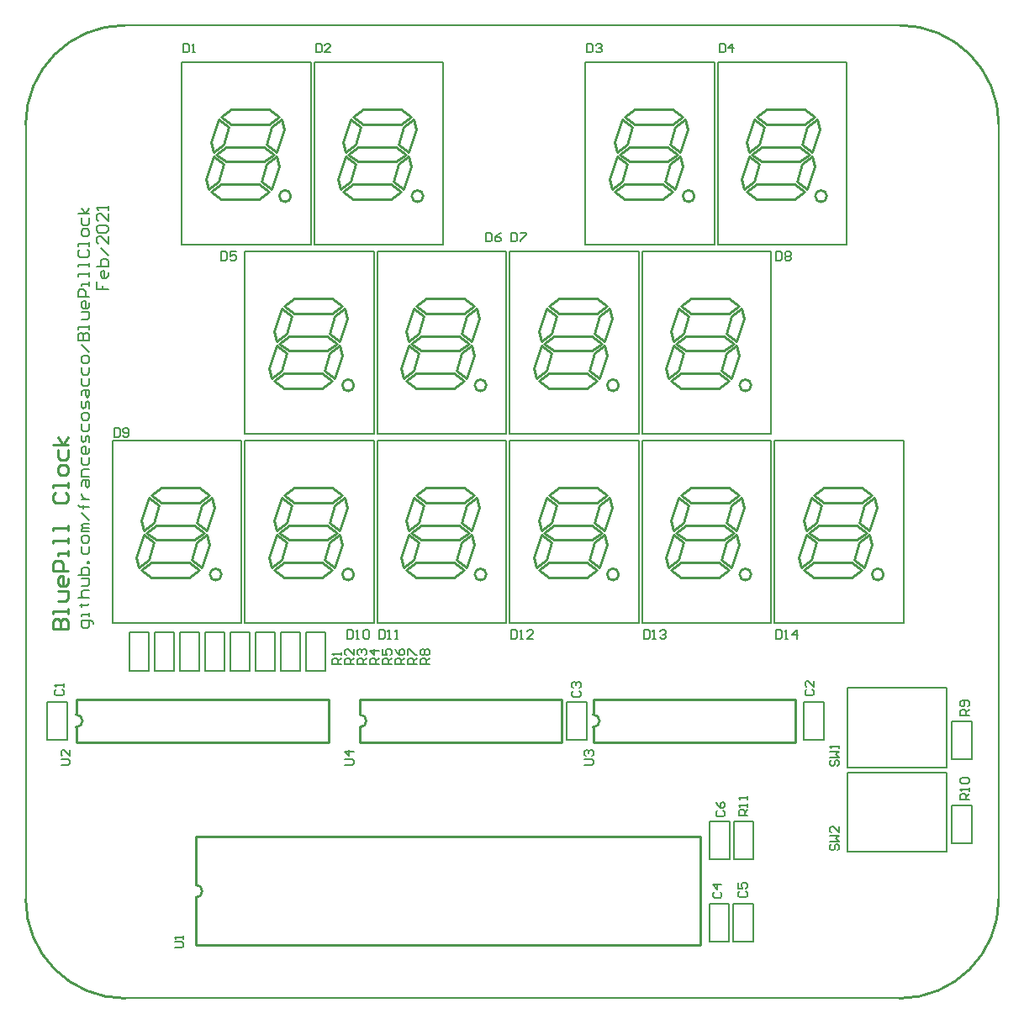
<source format=gto>
G04 Layer_Color=65535*
%FSLAX25Y25*%
%MOIN*%
G70*
G01*
G75*
%ADD11C,0.01000*%
%ADD12C,0.00787*%
%ADD22C,0.01000*%
%ADD23C,0.00800*%
D11*
X77650Y168071D02*
G03*
X77650Y168071I-2296J0D01*
G01*
X130150D02*
G03*
X130150Y168071I-2296J0D01*
G01*
X182650D02*
G03*
X182650Y168071I-2296J0D01*
G01*
X235150D02*
G03*
X235150Y168071I-2296J0D01*
G01*
X287650D02*
G03*
X287650Y168071I-2296J0D01*
G01*
X225000Y107500D02*
G03*
X225000Y112500I0J2500D01*
G01*
X132500Y107500D02*
G03*
X132500Y112500I0J2500D01*
G01*
X340150Y168071D02*
G03*
X340150Y168071I-2296J0D01*
G01*
X20000Y107500D02*
G03*
X20000Y112500I0J2500D01*
G01*
X67500Y40000D02*
G03*
X67500Y45000I0J2500D01*
G01*
X105150Y318071D02*
G03*
X105150Y318071I-2296J0D01*
G01*
X157650D02*
G03*
X157650Y318071I-2296J0D01*
G01*
X265150D02*
G03*
X265150Y318071I-2296J0D01*
G01*
X317650D02*
G03*
X317650Y318071I-2296J0D01*
G01*
X130150Y243071D02*
G03*
X130150Y243071I-2296J0D01*
G01*
X182650D02*
G03*
X182650Y243071I-2296J0D01*
G01*
X235150D02*
G03*
X235150Y243071I-2296J0D01*
G01*
X287650D02*
G03*
X287650Y243071I-2296J0D01*
G01*
X225000Y101500D02*
Y107500D01*
Y112500D02*
Y118500D01*
X305000D01*
Y101500D02*
Y118500D01*
X225000Y101500D02*
X305000D01*
X132500D02*
Y107500D01*
Y112500D02*
Y118500D01*
X212500D01*
Y101500D02*
Y118500D01*
X132500Y101500D02*
X212500D01*
X20000D02*
Y107500D01*
Y112500D02*
Y118500D01*
X120000D01*
Y101500D02*
Y118500D01*
X20000Y101500D02*
X120000D01*
X67500Y21000D02*
Y40000D01*
Y45000D02*
Y64000D01*
X267500D01*
Y21000D02*
Y64000D01*
X67500Y21000D02*
X267500D01*
X10931Y146457D02*
X16929D01*
Y149456D01*
X15929Y150455D01*
X14930D01*
X13930Y149456D01*
Y146457D01*
Y149456D01*
X12930Y150455D01*
X11931D01*
X10931Y149456D01*
Y146457D01*
X16929Y152455D02*
Y154454D01*
Y153454D01*
X10931D01*
Y152455D01*
X12930Y157453D02*
X15929D01*
X16929Y158453D01*
Y161452D01*
X12930D01*
X16929Y166450D02*
Y164451D01*
X15929Y163451D01*
X13930D01*
X12930Y164451D01*
Y166450D01*
X13930Y167450D01*
X14930D01*
Y163451D01*
X16929Y169449D02*
X10931D01*
Y172448D01*
X11931Y173448D01*
X13930D01*
X14930Y172448D01*
Y169449D01*
X16929Y175447D02*
Y177447D01*
Y176447D01*
X12930D01*
Y175447D01*
X16929Y180446D02*
Y182445D01*
Y181445D01*
X10931D01*
Y180446D01*
X16929Y185444D02*
Y187443D01*
Y186444D01*
X10931D01*
Y185444D01*
X11931Y200439D02*
X10931Y199440D01*
Y197440D01*
X11931Y196440D01*
X15929D01*
X16929Y197440D01*
Y199440D01*
X15929Y200439D01*
X16929Y202439D02*
Y204438D01*
Y203438D01*
X10931D01*
Y202439D01*
X16929Y208437D02*
Y210436D01*
X15929Y211436D01*
X13930D01*
X12930Y210436D01*
Y208437D01*
X13930Y207437D01*
X15929D01*
X16929Y208437D01*
X12930Y217434D02*
Y214435D01*
X13930Y213435D01*
X15929D01*
X16929Y214435D01*
Y217434D01*
Y219433D02*
X10931D01*
X14930D02*
X12930Y222432D01*
X14930Y219433D02*
X16929Y222432D01*
X385827Y346457D02*
G03*
X346457Y385827I-39370J0D01*
G01*
X346457Y-0D02*
G03*
X385827Y39370I0J39370D01*
G01*
X0Y39370D02*
G03*
X39370Y0I39370J0D01*
G01*
X39370Y385827D02*
G03*
X-0Y346457I0J-39370D01*
G01*
D12*
X8563Y117559D02*
X12500D01*
X8563Y102441D02*
Y117559D01*
Y102441D02*
X16437D01*
Y117559D01*
X12500D02*
X16437D01*
X34409Y148779D02*
X85590D01*
Y221220D01*
X34409D02*
X85590D01*
X34409Y148779D02*
Y221220D01*
X86910Y148779D02*
X138091D01*
Y221220D01*
X86910D02*
X138091D01*
X86910Y148779D02*
Y221220D01*
X139409Y148779D02*
X190591D01*
Y221220D01*
X139409D02*
X190591D01*
X139409Y148779D02*
Y221220D01*
X191909Y148779D02*
X243091D01*
Y221220D01*
X191909D02*
X243091D01*
X191909Y148779D02*
Y221220D01*
X244409Y148779D02*
X295590D01*
Y221220D01*
X244409D02*
X295590D01*
X244409Y148779D02*
Y221220D01*
X271063Y37559D02*
X275000D01*
X271063Y22441D02*
Y37559D01*
Y22441D02*
X278937D01*
Y37559D01*
X275000D02*
X278937D01*
X214563Y117559D02*
X218500D01*
X214563Y102441D02*
Y117559D01*
Y102441D02*
X222437D01*
Y117559D01*
X218500D02*
X222437D01*
X308563D02*
X312500D01*
X308563Y102441D02*
Y117559D01*
Y102441D02*
X316437D01*
Y117559D01*
X312500D02*
X316437D01*
X296909Y148779D02*
X348091D01*
Y221220D01*
X296909D02*
X348091D01*
X296909Y148779D02*
Y221220D01*
X111063Y129941D02*
X115000D01*
X111063D02*
Y145059D01*
X118937D01*
Y129941D02*
Y145059D01*
X115000Y129941D02*
X118937D01*
X101063D02*
X105000D01*
X101063D02*
Y145059D01*
X108937D01*
Y129941D02*
Y145059D01*
X105000Y129941D02*
X108937D01*
X91063D02*
X95000D01*
X91063D02*
Y145059D01*
X98937D01*
Y129941D02*
Y145059D01*
X95000Y129941D02*
X98937D01*
X81063D02*
X85000D01*
X81063D02*
Y145059D01*
X88937D01*
Y129941D02*
Y145059D01*
X85000Y129941D02*
X88937D01*
X71063D02*
X75000D01*
X71063D02*
Y145059D01*
X78937D01*
Y129941D02*
Y145059D01*
X75000Y129941D02*
X78937D01*
X61063D02*
X65000D01*
X61063D02*
Y145059D01*
X68937D01*
Y129941D02*
Y145059D01*
X65000Y129941D02*
X68937D01*
X51063D02*
X55000D01*
X51063D02*
Y145059D01*
X58937D01*
Y129941D02*
Y145059D01*
X55000Y129941D02*
X58937D01*
X41063D02*
X45000D01*
X41063D02*
Y145059D01*
X48937D01*
Y129941D02*
Y145059D01*
X45000Y129941D02*
X48937D01*
X61910Y298780D02*
X113091D01*
Y371220D01*
X61910D02*
X113091D01*
X61910Y298780D02*
Y371220D01*
X114409Y298780D02*
X165591D01*
Y371220D01*
X114409D02*
X165591D01*
X114409Y298780D02*
Y371220D01*
X221909Y298780D02*
X273091D01*
Y371220D01*
X221909D02*
X273091D01*
X221909Y298780D02*
Y371220D01*
X274410Y298780D02*
X325590D01*
Y371220D01*
X274410D02*
X325590D01*
X274410Y298780D02*
Y371220D01*
X86910Y223780D02*
X138091D01*
Y296220D01*
X86910D02*
X138091D01*
X86910Y223780D02*
Y296220D01*
X139409Y223780D02*
X190591D01*
Y296220D01*
X139409D02*
X190591D01*
X139409Y223780D02*
Y296220D01*
X191909Y223780D02*
X243091D01*
Y296220D01*
X191909D02*
X243091D01*
X191909Y223780D02*
Y296220D01*
X244409Y223780D02*
X295590D01*
Y296220D01*
X244409D02*
X295590D01*
X244409Y223780D02*
Y296220D01*
X325787Y91535D02*
X365158D01*
Y123031D01*
X325787D02*
X365158D01*
X325787Y91535D02*
Y123031D01*
Y58071D02*
X365158D01*
Y89567D01*
X325787D02*
X365158D01*
X325787Y58071D02*
Y89567D01*
X367126Y94803D02*
X371063D01*
X367126D02*
Y109921D01*
X375000D01*
Y94803D02*
Y109921D01*
X371063Y94803D02*
X375000D01*
X367126Y61339D02*
X371063D01*
X367126D02*
Y76457D01*
X375000D01*
Y61339D02*
Y76457D01*
X371063Y61339D02*
X375000D01*
X284500Y37559D02*
X288437D01*
Y22441D02*
Y37559D01*
X280563Y22441D02*
X288437D01*
X280563D02*
Y37559D01*
X284500D01*
X275197Y70157D02*
X279134D01*
Y55039D02*
Y70157D01*
X271260Y55039D02*
X279134D01*
X271260D02*
Y70157D01*
X275197D01*
X284646D02*
X288583D01*
Y55039D02*
Y70157D01*
X280709Y55039D02*
X288583D01*
X280709D02*
Y70157D01*
X284646D01*
X39370Y385827D02*
X346457D01*
X385827Y39370D02*
Y346457D01*
X39370Y0D02*
X346457D01*
X0Y39370D02*
Y346457D01*
D22*
X43954Y174676D02*
X46955Y183662D01*
X43954Y174676D02*
X44954Y170683D01*
X48956Y173678D02*
X50956Y180667D01*
X44954Y170683D02*
X48956Y173678D01*
X46955Y183662D02*
X50956Y180667D01*
X45955Y189652D02*
X48956Y198638D01*
X45955Y189652D02*
X46955Y185659D01*
X50956Y188654D02*
X52956Y195643D01*
X46955Y185659D02*
X50956Y188654D01*
X48956Y198638D02*
X52956Y195643D01*
X67960Y180667D02*
X71961Y183662D01*
X72961Y179668D01*
X69961Y170683D02*
X72961Y179668D01*
X65960Y173678D02*
X67960Y180667D01*
X65960Y173678D02*
X69961Y170683D01*
Y195643D02*
X73962Y198638D01*
X74962Y194644D01*
X71961Y185659D02*
X74962Y194644D01*
X67960Y188654D02*
X69961Y195643D01*
X67960Y188654D02*
X71961Y185659D01*
X64960Y172679D02*
X68960Y169684D01*
X64960Y166689D02*
X68960Y169684D01*
X49956Y166689D02*
X64960D01*
X49956Y172679D02*
X64960D01*
X45955Y169684D02*
X49956Y166689D01*
X45955Y169684D02*
X49956Y172679D01*
X66960Y187655D02*
X70961Y184660D01*
X66960Y181665D02*
X70961Y184660D01*
X51956Y181665D02*
X66960D01*
X51956Y187655D02*
X66960D01*
X47955Y184660D02*
X51956Y181665D01*
X47955Y184660D02*
X51956Y187655D01*
X68960Y202632D02*
X72961Y199636D01*
X68960Y196641D02*
X72961Y199636D01*
X53957Y196641D02*
X68960D01*
X53957Y202632D02*
X68960D01*
X49956Y199636D02*
X53957Y196641D01*
X49956Y199636D02*
X53957Y202632D01*
X96454Y174676D02*
X99455Y183662D01*
X96454Y174676D02*
X97455Y170683D01*
X101455Y173678D02*
X103456Y180667D01*
X97455Y170683D02*
X101455Y173678D01*
X99455Y183662D02*
X103456Y180667D01*
X98455Y189652D02*
X101455Y198638D01*
X98455Y189652D02*
X99455Y185659D01*
X103456Y188654D02*
X105456Y195643D01*
X99455Y185659D02*
X103456Y188654D01*
X101455Y198638D02*
X105456Y195643D01*
X120460Y180667D02*
X124461Y183662D01*
X125461Y179668D01*
X122461Y170683D02*
X125461Y179668D01*
X118460Y173678D02*
X120460Y180667D01*
X118460Y173678D02*
X122461Y170683D01*
Y195643D02*
X126462Y198638D01*
X127462Y194644D01*
X124461Y185659D02*
X127462Y194644D01*
X120460Y188654D02*
X122461Y195643D01*
X120460Y188654D02*
X124461Y185659D01*
X117459Y172679D02*
X121460Y169684D01*
X117459Y166689D02*
X121460Y169684D01*
X102456Y166689D02*
X117459D01*
X102456Y172679D02*
X117459D01*
X98455Y169684D02*
X102456Y166689D01*
X98455Y169684D02*
X102456Y172679D01*
X119460Y187655D02*
X123461Y184660D01*
X119460Y181665D02*
X123461Y184660D01*
X104456Y181665D02*
X119460D01*
X104456Y187655D02*
X119460D01*
X100455Y184660D02*
X104456Y181665D01*
X100455Y184660D02*
X104456Y187655D01*
X121460Y202632D02*
X125461Y199636D01*
X121460Y196641D02*
X125461Y199636D01*
X106457Y196641D02*
X121460D01*
X106457Y202632D02*
X121460D01*
X102456Y199636D02*
X106457Y196641D01*
X102456Y199636D02*
X106457Y202632D01*
X148954Y174676D02*
X151955Y183662D01*
X148954Y174676D02*
X149954Y170683D01*
X153955Y173678D02*
X155956Y180667D01*
X149954Y170683D02*
X153955Y173678D01*
X151955Y183662D02*
X155956Y180667D01*
X150955Y189652D02*
X153955Y198638D01*
X150955Y189652D02*
X151955Y185659D01*
X155956Y188654D02*
X157957Y195643D01*
X151955Y185659D02*
X155956Y188654D01*
X153955Y198638D02*
X157957Y195643D01*
X172960Y180667D02*
X176961Y183662D01*
X177962Y179668D01*
X174961Y170683D02*
X177962Y179668D01*
X170960Y173678D02*
X172960Y180667D01*
X170960Y173678D02*
X174961Y170683D01*
Y195643D02*
X178962Y198638D01*
X179962Y194644D01*
X176961Y185659D02*
X179962Y194644D01*
X172960Y188654D02*
X174961Y195643D01*
X172960Y188654D02*
X176961Y185659D01*
X169959Y172679D02*
X173960Y169684D01*
X169959Y166689D02*
X173960Y169684D01*
X154956Y166689D02*
X169959D01*
X154956Y172679D02*
X169959D01*
X150955Y169684D02*
X154956Y166689D01*
X150955Y169684D02*
X154956Y172679D01*
X171960Y187655D02*
X175961Y184660D01*
X171960Y181665D02*
X175961Y184660D01*
X156956Y181665D02*
X171960D01*
X156956Y187655D02*
X171960D01*
X152955Y184660D02*
X156956Y181665D01*
X152955Y184660D02*
X156956Y187655D01*
X173960Y202632D02*
X177962Y199636D01*
X173960Y196641D02*
X177962Y199636D01*
X158957Y196641D02*
X173960D01*
X158957Y202632D02*
X173960D01*
X154956Y199636D02*
X158957Y196641D01*
X154956Y199636D02*
X158957Y202632D01*
X201454Y174676D02*
X204455Y183662D01*
X201454Y174676D02*
X202454Y170683D01*
X206455Y173678D02*
X208456Y180667D01*
X202454Y170683D02*
X206455Y173678D01*
X204455Y183662D02*
X208456Y180667D01*
X203455Y189652D02*
X206455Y198638D01*
X203455Y189652D02*
X204455Y185659D01*
X208456Y188654D02*
X210456Y195643D01*
X204455Y185659D02*
X208456Y188654D01*
X206455Y198638D02*
X210456Y195643D01*
X225460Y180667D02*
X229461Y183662D01*
X230462Y179668D01*
X227461Y170683D02*
X230462Y179668D01*
X223460Y173678D02*
X225460Y180667D01*
X223460Y173678D02*
X227461Y170683D01*
Y195643D02*
X231462Y198638D01*
X232462Y194644D01*
X229461Y185659D02*
X232462Y194644D01*
X225460Y188654D02*
X227461Y195643D01*
X225460Y188654D02*
X229461Y185659D01*
X222460Y172679D02*
X226461Y169684D01*
X222460Y166689D02*
X226461Y169684D01*
X207456Y166689D02*
X222460D01*
X207456Y172679D02*
X222460D01*
X203455Y169684D02*
X207456Y166689D01*
X203455Y169684D02*
X207456Y172679D01*
X224460Y187655D02*
X228461Y184660D01*
X224460Y181665D02*
X228461Y184660D01*
X209456Y181665D02*
X224460D01*
X209456Y187655D02*
X224460D01*
X205455Y184660D02*
X209456Y181665D01*
X205455Y184660D02*
X209456Y187655D01*
X226461Y202632D02*
X230462Y199636D01*
X226461Y196641D02*
X230462Y199636D01*
X211457Y196641D02*
X226461D01*
X211457Y202632D02*
X226461D01*
X207456Y199636D02*
X211457Y196641D01*
X207456Y199636D02*
X211457Y202632D01*
X253954Y174676D02*
X256955Y183662D01*
X253954Y174676D02*
X254955Y170683D01*
X258956Y173678D02*
X260956Y180667D01*
X254955Y170683D02*
X258956Y173678D01*
X256955Y183662D02*
X260956Y180667D01*
X255955Y189652D02*
X258956Y198638D01*
X255955Y189652D02*
X256955Y185659D01*
X260956Y188654D02*
X262957Y195643D01*
X256955Y185659D02*
X260956Y188654D01*
X258956Y198638D02*
X262957Y195643D01*
X277960Y180667D02*
X281961Y183662D01*
X282962Y179668D01*
X279961Y170683D02*
X282962Y179668D01*
X275960Y173678D02*
X277960Y180667D01*
X275960Y173678D02*
X279961Y170683D01*
Y195643D02*
X283962Y198638D01*
X284962Y194644D01*
X281961Y185659D02*
X284962Y194644D01*
X277960Y188654D02*
X279961Y195643D01*
X277960Y188654D02*
X281961Y185659D01*
X274959Y172679D02*
X278960Y169684D01*
X274959Y166689D02*
X278960Y169684D01*
X259956Y166689D02*
X274959D01*
X259956Y172679D02*
X274959D01*
X255955Y169684D02*
X259956Y166689D01*
X255955Y169684D02*
X259956Y172679D01*
X276960Y187655D02*
X280961Y184660D01*
X276960Y181665D02*
X280961Y184660D01*
X261956Y181665D02*
X276960D01*
X261956Y187655D02*
X276960D01*
X257955Y184660D02*
X261956Y181665D01*
X257955Y184660D02*
X261956Y187655D01*
X278960Y202632D02*
X282962Y199636D01*
X278960Y196641D02*
X282962Y199636D01*
X263957Y196641D02*
X278960D01*
X263957Y202632D02*
X278960D01*
X259956Y199636D02*
X263957Y196641D01*
X259956Y199636D02*
X263957Y202632D01*
X306454Y174676D02*
X309455Y183662D01*
X306454Y174676D02*
X307454Y170683D01*
X311455Y173678D02*
X313456Y180667D01*
X307454Y170683D02*
X311455Y173678D01*
X309455Y183662D02*
X313456Y180667D01*
X308455Y189652D02*
X311455Y198638D01*
X308455Y189652D02*
X309455Y185659D01*
X313456Y188654D02*
X315457Y195643D01*
X309455Y185659D02*
X313456Y188654D01*
X311455Y198638D02*
X315457Y195643D01*
X330460Y180667D02*
X334461Y183662D01*
X335461Y179668D01*
X332461Y170683D02*
X335461Y179668D01*
X328460Y173678D02*
X330460Y180667D01*
X328460Y173678D02*
X332461Y170683D01*
Y195643D02*
X336462Y198638D01*
X337462Y194644D01*
X334461Y185659D02*
X337462Y194644D01*
X330460Y188654D02*
X332461Y195643D01*
X330460Y188654D02*
X334461Y185659D01*
X327460Y172679D02*
X331460Y169684D01*
X327460Y166689D02*
X331460Y169684D01*
X312456Y166689D02*
X327460D01*
X312456Y172679D02*
X327460D01*
X308455Y169684D02*
X312456Y166689D01*
X308455Y169684D02*
X312456Y172679D01*
X329460Y187655D02*
X333461Y184660D01*
X329460Y181665D02*
X333461Y184660D01*
X314456Y181665D02*
X329460D01*
X314456Y187655D02*
X329460D01*
X310455Y184660D02*
X314456Y181665D01*
X310455Y184660D02*
X314456Y187655D01*
X331460Y202632D02*
X335461Y199636D01*
X331460Y196641D02*
X335461Y199636D01*
X316457Y196641D02*
X331460D01*
X316457Y202632D02*
X331460D01*
X312456Y199636D02*
X316457Y196641D01*
X312456Y199636D02*
X316457Y202632D01*
X71454Y324676D02*
X74455Y333662D01*
X71454Y324676D02*
X72455Y320683D01*
X76455Y323678D02*
X78456Y330667D01*
X72455Y320683D02*
X76455Y323678D01*
X74455Y333662D02*
X78456Y330667D01*
X73455Y339652D02*
X76455Y348638D01*
X73455Y339652D02*
X74455Y335659D01*
X78456Y338654D02*
X80457Y345643D01*
X74455Y335659D02*
X78456Y338654D01*
X76455Y348638D02*
X80457Y345643D01*
X95460Y330667D02*
X99461Y333662D01*
X100461Y329668D01*
X97461Y320683D02*
X100461Y329668D01*
X93460Y323678D02*
X95460Y330667D01*
X93460Y323678D02*
X97461Y320683D01*
Y345643D02*
X101462Y348638D01*
X102462Y344644D01*
X99461Y335659D02*
X102462Y344644D01*
X95460Y338654D02*
X97461Y345643D01*
X95460Y338654D02*
X99461Y335659D01*
X92459Y322679D02*
X96460Y319684D01*
X92459Y316689D02*
X96460Y319684D01*
X77456Y316689D02*
X92459D01*
X77456Y322679D02*
X92459D01*
X73455Y319684D02*
X77456Y316689D01*
X73455Y319684D02*
X77456Y322679D01*
X94460Y337655D02*
X98461Y334660D01*
X94460Y331665D02*
X98461Y334660D01*
X79456Y331665D02*
X94460D01*
X79456Y337655D02*
X94460D01*
X75455Y334660D02*
X79456Y331665D01*
X75455Y334660D02*
X79456Y337655D01*
X96460Y352632D02*
X100461Y349636D01*
X96460Y346641D02*
X100461Y349636D01*
X81457Y346641D02*
X96460D01*
X81457Y352632D02*
X96460D01*
X77456Y349636D02*
X81457Y346641D01*
X77456Y349636D02*
X81457Y352632D01*
X123954Y324676D02*
X126955Y333662D01*
X123954Y324676D02*
X124954Y320683D01*
X128955Y323678D02*
X130956Y330667D01*
X124954Y320683D02*
X128955Y323678D01*
X126955Y333662D02*
X130956Y330667D01*
X125955Y339652D02*
X128955Y348638D01*
X125955Y339652D02*
X126955Y335659D01*
X130956Y338654D02*
X132957Y345643D01*
X126955Y335659D02*
X130956Y338654D01*
X128955Y348638D02*
X132957Y345643D01*
X147960Y330667D02*
X151961Y333662D01*
X152962Y329668D01*
X149961Y320683D02*
X152962Y329668D01*
X145960Y323678D02*
X147960Y330667D01*
X145960Y323678D02*
X149961Y320683D01*
Y345643D02*
X153962Y348638D01*
X154962Y344644D01*
X151961Y335659D02*
X154962Y344644D01*
X147960Y338654D02*
X149961Y345643D01*
X147960Y338654D02*
X151961Y335659D01*
X144959Y322679D02*
X148960Y319684D01*
X144959Y316689D02*
X148960Y319684D01*
X129956Y316689D02*
X144959D01*
X129956Y322679D02*
X144959D01*
X125955Y319684D02*
X129956Y316689D01*
X125955Y319684D02*
X129956Y322679D01*
X146960Y337655D02*
X150961Y334660D01*
X146960Y331665D02*
X150961Y334660D01*
X131956Y331665D02*
X146960D01*
X131956Y337655D02*
X146960D01*
X127955Y334660D02*
X131956Y331665D01*
X127955Y334660D02*
X131956Y337655D01*
X148960Y352632D02*
X152962Y349636D01*
X148960Y346641D02*
X152962Y349636D01*
X133957Y346641D02*
X148960D01*
X133957Y352632D02*
X148960D01*
X129956Y349636D02*
X133957Y346641D01*
X129956Y349636D02*
X133957Y352632D01*
X231454Y324676D02*
X234455Y333662D01*
X231454Y324676D02*
X232454Y320683D01*
X236455Y323678D02*
X238456Y330667D01*
X232454Y320683D02*
X236455Y323678D01*
X234455Y333662D02*
X238456Y330667D01*
X233455Y339652D02*
X236455Y348638D01*
X233455Y339652D02*
X234455Y335659D01*
X238456Y338654D02*
X240457Y345643D01*
X234455Y335659D02*
X238456Y338654D01*
X236455Y348638D02*
X240457Y345643D01*
X255460Y330667D02*
X259461Y333662D01*
X260461Y329668D01*
X257461Y320683D02*
X260461Y329668D01*
X253460Y323678D02*
X255460Y330667D01*
X253460Y323678D02*
X257461Y320683D01*
Y345643D02*
X261462Y348638D01*
X262462Y344644D01*
X259461Y335659D02*
X262462Y344644D01*
X255460Y338654D02*
X257461Y345643D01*
X255460Y338654D02*
X259461Y335659D01*
X252460Y322679D02*
X256460Y319684D01*
X252460Y316689D02*
X256460Y319684D01*
X237456Y316689D02*
X252460D01*
X237456Y322679D02*
X252460D01*
X233455Y319684D02*
X237456Y316689D01*
X233455Y319684D02*
X237456Y322679D01*
X254460Y337655D02*
X258461Y334660D01*
X254460Y331665D02*
X258461Y334660D01*
X239456Y331665D02*
X254460D01*
X239456Y337655D02*
X254460D01*
X235455Y334660D02*
X239456Y331665D01*
X235455Y334660D02*
X239456Y337655D01*
X256460Y352632D02*
X260461Y349636D01*
X256460Y346641D02*
X260461Y349636D01*
X241457Y346641D02*
X256460D01*
X241457Y352632D02*
X256460D01*
X237456Y349636D02*
X241457Y346641D01*
X237456Y349636D02*
X241457Y352632D01*
X283954Y324676D02*
X286955Y333662D01*
X283954Y324676D02*
X284955Y320683D01*
X288955Y323678D02*
X290956Y330667D01*
X284955Y320683D02*
X288955Y323678D01*
X286955Y333662D02*
X290956Y330667D01*
X285955Y339652D02*
X288955Y348638D01*
X285955Y339652D02*
X286955Y335659D01*
X290956Y338654D02*
X292956Y345643D01*
X286955Y335659D02*
X290956Y338654D01*
X288955Y348638D02*
X292956Y345643D01*
X307960Y330667D02*
X311961Y333662D01*
X312962Y329668D01*
X309961Y320683D02*
X312962Y329668D01*
X305960Y323678D02*
X307960Y330667D01*
X305960Y323678D02*
X309961Y320683D01*
Y345643D02*
X313962Y348638D01*
X314962Y344644D01*
X311961Y335659D02*
X314962Y344644D01*
X307960Y338654D02*
X309961Y345643D01*
X307960Y338654D02*
X311961Y335659D01*
X304960Y322679D02*
X308961Y319684D01*
X304960Y316689D02*
X308961Y319684D01*
X289956Y316689D02*
X304960D01*
X289956Y322679D02*
X304960D01*
X285955Y319684D02*
X289956Y316689D01*
X285955Y319684D02*
X289956Y322679D01*
X306960Y337655D02*
X310961Y334660D01*
X306960Y331665D02*
X310961Y334660D01*
X291956Y331665D02*
X306960D01*
X291956Y337655D02*
X306960D01*
X287955Y334660D02*
X291956Y331665D01*
X287955Y334660D02*
X291956Y337655D01*
X308961Y352632D02*
X312962Y349636D01*
X308961Y346641D02*
X312962Y349636D01*
X293957Y346641D02*
X308961D01*
X293957Y352632D02*
X308961D01*
X289956Y349636D02*
X293957Y346641D01*
X289956Y349636D02*
X293957Y352632D01*
X96454Y249676D02*
X99455Y258662D01*
X96454Y249676D02*
X97455Y245683D01*
X101455Y248678D02*
X103456Y255667D01*
X97455Y245683D02*
X101455Y248678D01*
X99455Y258662D02*
X103456Y255667D01*
X98455Y264652D02*
X101455Y273638D01*
X98455Y264652D02*
X99455Y260659D01*
X103456Y263654D02*
X105456Y270643D01*
X99455Y260659D02*
X103456Y263654D01*
X101455Y273638D02*
X105456Y270643D01*
X120460Y255667D02*
X124461Y258662D01*
X125461Y254668D01*
X122461Y245683D02*
X125461Y254668D01*
X118460Y248678D02*
X120460Y255667D01*
X118460Y248678D02*
X122461Y245683D01*
Y270643D02*
X126462Y273638D01*
X127462Y269644D01*
X124461Y260659D02*
X127462Y269644D01*
X120460Y263654D02*
X122461Y270643D01*
X120460Y263654D02*
X124461Y260659D01*
X117459Y247679D02*
X121460Y244684D01*
X117459Y241689D02*
X121460Y244684D01*
X102456Y241689D02*
X117459D01*
X102456Y247679D02*
X117459D01*
X98455Y244684D02*
X102456Y241689D01*
X98455Y244684D02*
X102456Y247679D01*
X119460Y262655D02*
X123461Y259660D01*
X119460Y256665D02*
X123461Y259660D01*
X104456Y256665D02*
X119460D01*
X104456Y262655D02*
X119460D01*
X100455Y259660D02*
X104456Y256665D01*
X100455Y259660D02*
X104456Y262655D01*
X121460Y277632D02*
X125461Y274636D01*
X121460Y271641D02*
X125461Y274636D01*
X106457Y271641D02*
X121460D01*
X106457Y277632D02*
X121460D01*
X102456Y274636D02*
X106457Y271641D01*
X102456Y274636D02*
X106457Y277632D01*
X148954Y249676D02*
X151955Y258662D01*
X148954Y249676D02*
X149954Y245683D01*
X153955Y248678D02*
X155956Y255667D01*
X149954Y245683D02*
X153955Y248678D01*
X151955Y258662D02*
X155956Y255667D01*
X150955Y264652D02*
X153955Y273638D01*
X150955Y264652D02*
X151955Y260659D01*
X155956Y263654D02*
X157957Y270643D01*
X151955Y260659D02*
X155956Y263654D01*
X153955Y273638D02*
X157957Y270643D01*
X172960Y255667D02*
X176961Y258662D01*
X177962Y254668D01*
X174961Y245683D02*
X177962Y254668D01*
X170960Y248678D02*
X172960Y255667D01*
X170960Y248678D02*
X174961Y245683D01*
Y270643D02*
X178962Y273638D01*
X179962Y269644D01*
X176961Y260659D02*
X179962Y269644D01*
X172960Y263654D02*
X174961Y270643D01*
X172960Y263654D02*
X176961Y260659D01*
X169959Y247679D02*
X173960Y244684D01*
X169959Y241689D02*
X173960Y244684D01*
X154956Y241689D02*
X169959D01*
X154956Y247679D02*
X169959D01*
X150955Y244684D02*
X154956Y241689D01*
X150955Y244684D02*
X154956Y247679D01*
X171960Y262655D02*
X175961Y259660D01*
X171960Y256665D02*
X175961Y259660D01*
X156956Y256665D02*
X171960D01*
X156956Y262655D02*
X171960D01*
X152955Y259660D02*
X156956Y256665D01*
X152955Y259660D02*
X156956Y262655D01*
X173960Y277632D02*
X177962Y274636D01*
X173960Y271641D02*
X177962Y274636D01*
X158957Y271641D02*
X173960D01*
X158957Y277632D02*
X173960D01*
X154956Y274636D02*
X158957Y271641D01*
X154956Y274636D02*
X158957Y277632D01*
X201454Y249676D02*
X204455Y258662D01*
X201454Y249676D02*
X202454Y245683D01*
X206455Y248678D02*
X208456Y255667D01*
X202454Y245683D02*
X206455Y248678D01*
X204455Y258662D02*
X208456Y255667D01*
X203455Y264652D02*
X206455Y273638D01*
X203455Y264652D02*
X204455Y260659D01*
X208456Y263654D02*
X210456Y270643D01*
X204455Y260659D02*
X208456Y263654D01*
X206455Y273638D02*
X210456Y270643D01*
X225460Y255667D02*
X229461Y258662D01*
X230462Y254668D01*
X227461Y245683D02*
X230462Y254668D01*
X223460Y248678D02*
X225460Y255667D01*
X223460Y248678D02*
X227461Y245683D01*
Y270643D02*
X231462Y273638D01*
X232462Y269644D01*
X229461Y260659D02*
X232462Y269644D01*
X225460Y263654D02*
X227461Y270643D01*
X225460Y263654D02*
X229461Y260659D01*
X222460Y247679D02*
X226461Y244684D01*
X222460Y241689D02*
X226461Y244684D01*
X207456Y241689D02*
X222460D01*
X207456Y247679D02*
X222460D01*
X203455Y244684D02*
X207456Y241689D01*
X203455Y244684D02*
X207456Y247679D01*
X224460Y262655D02*
X228461Y259660D01*
X224460Y256665D02*
X228461Y259660D01*
X209456Y256665D02*
X224460D01*
X209456Y262655D02*
X224460D01*
X205455Y259660D02*
X209456Y256665D01*
X205455Y259660D02*
X209456Y262655D01*
X226461Y277632D02*
X230462Y274636D01*
X226461Y271641D02*
X230462Y274636D01*
X211457Y271641D02*
X226461D01*
X211457Y277632D02*
X226461D01*
X207456Y274636D02*
X211457Y271641D01*
X207456Y274636D02*
X211457Y277632D01*
X253954Y249676D02*
X256955Y258662D01*
X253954Y249676D02*
X254955Y245683D01*
X258956Y248678D02*
X260956Y255667D01*
X254955Y245683D02*
X258956Y248678D01*
X256955Y258662D02*
X260956Y255667D01*
X255955Y264652D02*
X258956Y273638D01*
X255955Y264652D02*
X256955Y260659D01*
X260956Y263654D02*
X262957Y270643D01*
X256955Y260659D02*
X260956Y263654D01*
X258956Y273638D02*
X262957Y270643D01*
X277960Y255667D02*
X281961Y258662D01*
X282962Y254668D01*
X279961Y245683D02*
X282962Y254668D01*
X275960Y248678D02*
X277960Y255667D01*
X275960Y248678D02*
X279961Y245683D01*
Y270643D02*
X283962Y273638D01*
X284962Y269644D01*
X281961Y260659D02*
X284962Y269644D01*
X277960Y263654D02*
X279961Y270643D01*
X277960Y263654D02*
X281961Y260659D01*
X274959Y247679D02*
X278960Y244684D01*
X274959Y241689D02*
X278960Y244684D01*
X259956Y241689D02*
X274959D01*
X259956Y247679D02*
X274959D01*
X255955Y244684D02*
X259956Y241689D01*
X255955Y244684D02*
X259956Y247679D01*
X276960Y262655D02*
X280961Y259660D01*
X276960Y256665D02*
X280961Y259660D01*
X261956Y256665D02*
X276960D01*
X261956Y262655D02*
X276960D01*
X257955Y259660D02*
X261956Y256665D01*
X257955Y259660D02*
X261956Y262655D01*
X278960Y277632D02*
X282962Y274636D01*
X278960Y271641D02*
X282962Y274636D01*
X263957Y271641D02*
X278960D01*
X263957Y277632D02*
X278960D01*
X259956Y274636D02*
X263957Y271641D01*
X259956Y274636D02*
X263957Y277632D01*
D23*
X35000Y225999D02*
Y222500D01*
X36749D01*
X37333Y223083D01*
Y225416D01*
X36749Y225999D01*
X35000D01*
X38499Y223083D02*
X39082Y222500D01*
X40248D01*
X40832Y223083D01*
Y225416D01*
X40248Y225999D01*
X39082D01*
X38499Y225416D01*
Y224833D01*
X39082Y224249D01*
X40832D01*
X127500Y145999D02*
Y142500D01*
X129249D01*
X129833Y143083D01*
Y145416D01*
X129249Y145999D01*
X127500D01*
X130999Y142500D02*
X132165D01*
X131582D01*
Y145999D01*
X130999Y145416D01*
X133915D02*
X134498Y145999D01*
X135664D01*
X136247Y145416D01*
Y143083D01*
X135664Y142500D01*
X134498D01*
X133915Y143083D01*
Y145416D01*
X140000Y145999D02*
Y142500D01*
X141749D01*
X142333Y143083D01*
Y145416D01*
X141749Y145999D01*
X140000D01*
X143499Y142500D02*
X144665D01*
X144082D01*
Y145999D01*
X143499Y145416D01*
X146415Y142500D02*
X147581D01*
X146998D01*
Y145999D01*
X146415Y145416D01*
X192500Y145999D02*
Y142500D01*
X194249D01*
X194833Y143083D01*
Y145416D01*
X194249Y145999D01*
X192500D01*
X195999Y142500D02*
X197165D01*
X196582D01*
Y145999D01*
X195999Y145416D01*
X201247Y142500D02*
X198915D01*
X201247Y144833D01*
Y145416D01*
X200664Y145999D01*
X199498D01*
X198915Y145416D01*
X245000Y145999D02*
Y142500D01*
X246749D01*
X247333Y143083D01*
Y145416D01*
X246749Y145999D01*
X245000D01*
X248499Y142500D02*
X249665D01*
X249082D01*
Y145999D01*
X248499Y145416D01*
X251415D02*
X251998Y145999D01*
X253164D01*
X253747Y145416D01*
Y144833D01*
X253164Y144249D01*
X252581D01*
X253164D01*
X253747Y143666D01*
Y143083D01*
X253164Y142500D01*
X251998D01*
X251415Y143083D01*
X273068Y42096D02*
X272485Y41513D01*
Y40347D01*
X273068Y39764D01*
X275401D01*
X275984Y40347D01*
Y41513D01*
X275401Y42096D01*
X275984Y45012D02*
X272485D01*
X274235Y43263D01*
Y45595D01*
X217084Y121833D02*
X216501Y121249D01*
Y120083D01*
X217084Y119500D01*
X219417D01*
X220000Y120083D01*
Y121249D01*
X219417Y121833D01*
X217084Y122999D02*
X216501Y123582D01*
Y124748D01*
X217084Y125331D01*
X217667D01*
X218251Y124748D01*
Y124165D01*
Y124748D01*
X218834Y125331D01*
X219417D01*
X220000Y124748D01*
Y123582D01*
X219417Y122999D01*
X309584Y122333D02*
X309001Y121749D01*
Y120583D01*
X309584Y120000D01*
X311917D01*
X312500Y120583D01*
Y121749D01*
X311917Y122333D01*
X312500Y125831D02*
Y123499D01*
X310167Y125831D01*
X309584D01*
X309001Y125248D01*
Y124082D01*
X309584Y123499D01*
X12084Y122333D02*
X11501Y121749D01*
Y120583D01*
X12084Y120000D01*
X14417D01*
X15000Y120583D01*
Y121749D01*
X14417Y122333D01*
X15000Y123499D02*
Y124665D01*
Y124082D01*
X11501D01*
X12084Y123499D01*
X126501Y92500D02*
X129417D01*
X130000Y93083D01*
Y94249D01*
X129417Y94833D01*
X126501D01*
X130000Y97748D02*
X126501D01*
X128251Y95999D01*
Y98331D01*
X221501Y92500D02*
X224417D01*
X225000Y93083D01*
Y94249D01*
X224417Y94833D01*
X221501D01*
X222084Y95999D02*
X221501Y96582D01*
Y97748D01*
X222084Y98331D01*
X222667D01*
X223251Y97748D01*
Y97165D01*
Y97748D01*
X223834Y98331D01*
X224417D01*
X225000Y97748D01*
Y96582D01*
X224417Y95999D01*
X62500Y378499D02*
Y375000D01*
X64249D01*
X64833Y375583D01*
Y377916D01*
X64249Y378499D01*
X62500D01*
X65999Y375000D02*
X67165D01*
X66582D01*
Y378499D01*
X65999Y377916D01*
X115000Y378499D02*
Y375000D01*
X116749D01*
X117333Y375583D01*
Y377916D01*
X116749Y378499D01*
X115000D01*
X120831Y375000D02*
X118499D01*
X120831Y377333D01*
Y377916D01*
X120248Y378499D01*
X119082D01*
X118499Y377916D01*
X222500Y378499D02*
Y375000D01*
X224249D01*
X224833Y375583D01*
Y377916D01*
X224249Y378499D01*
X222500D01*
X225999Y377916D02*
X226582Y378499D01*
X227748D01*
X228331Y377916D01*
Y377333D01*
X227748Y376749D01*
X227165D01*
X227748D01*
X228331Y376166D01*
Y375583D01*
X227748Y375000D01*
X226582D01*
X225999Y375583D01*
X275000Y378499D02*
Y375000D01*
X276749D01*
X277333Y375583D01*
Y377916D01*
X276749Y378499D01*
X275000D01*
X280248Y375000D02*
Y378499D01*
X278499Y376749D01*
X280831D01*
X77500Y295999D02*
Y292500D01*
X79249D01*
X79833Y293083D01*
Y295416D01*
X79249Y295999D01*
X77500D01*
X83331D02*
X80999D01*
Y294249D01*
X82165Y294833D01*
X82748D01*
X83331Y294249D01*
Y293083D01*
X82748Y292500D01*
X81582D01*
X80999Y293083D01*
X182500Y303499D02*
Y300000D01*
X184249D01*
X184833Y300583D01*
Y302916D01*
X184249Y303499D01*
X182500D01*
X188331D02*
X187165Y302916D01*
X185999Y301749D01*
Y300583D01*
X186582Y300000D01*
X187748D01*
X188331Y300583D01*
Y301166D01*
X187748Y301749D01*
X185999D01*
X192500Y303499D02*
Y300000D01*
X194249D01*
X194833Y300583D01*
Y302916D01*
X194249Y303499D01*
X192500D01*
X195999D02*
X198331D01*
Y302916D01*
X195999Y300583D01*
Y300000D01*
X297500Y295999D02*
Y292500D01*
X299249D01*
X299833Y293083D01*
Y295416D01*
X299249Y295999D01*
X297500D01*
X300999Y295416D02*
X301582Y295999D01*
X302748D01*
X303331Y295416D01*
Y294833D01*
X302748Y294249D01*
X303331Y293666D01*
Y293083D01*
X302748Y292500D01*
X301582D01*
X300999Y293083D01*
Y293666D01*
X301582Y294249D01*
X300999Y294833D01*
Y295416D01*
X301582Y294249D02*
X302748D01*
X297500Y145999D02*
Y142500D01*
X299249D01*
X299833Y143083D01*
Y145416D01*
X299249Y145999D01*
X297500D01*
X300999Y142500D02*
X302165D01*
X301582D01*
Y145999D01*
X300999Y145416D01*
X305664Y142500D02*
Y145999D01*
X303915Y144249D01*
X306247D01*
X125000Y132500D02*
X121501D01*
Y134249D01*
X122084Y134833D01*
X123251D01*
X123834Y134249D01*
Y132500D01*
Y133666D02*
X125000Y134833D01*
Y135999D02*
Y137165D01*
Y136582D01*
X121501D01*
X122084Y135999D01*
X130000Y132500D02*
X126501D01*
Y134249D01*
X127084Y134833D01*
X128251D01*
X128834Y134249D01*
Y132500D01*
Y133666D02*
X130000Y134833D01*
Y138331D02*
Y135999D01*
X127667Y138331D01*
X127084D01*
X126501Y137748D01*
Y136582D01*
X127084Y135999D01*
X135000Y132500D02*
X131501D01*
Y134249D01*
X132084Y134833D01*
X133251D01*
X133834Y134249D01*
Y132500D01*
Y133666D02*
X135000Y134833D01*
X132084Y135999D02*
X131501Y136582D01*
Y137748D01*
X132084Y138331D01*
X132667D01*
X133251Y137748D01*
Y137165D01*
Y137748D01*
X133834Y138331D01*
X134417D01*
X135000Y137748D01*
Y136582D01*
X134417Y135999D01*
X140000Y132500D02*
X136501D01*
Y134249D01*
X137084Y134833D01*
X138251D01*
X138834Y134249D01*
Y132500D01*
Y133666D02*
X140000Y134833D01*
Y137748D02*
X136501D01*
X138251Y135999D01*
Y138331D01*
X145000Y132500D02*
X141501D01*
Y134249D01*
X142084Y134833D01*
X143251D01*
X143834Y134249D01*
Y132500D01*
Y133666D02*
X145000Y134833D01*
X141501Y138331D02*
Y135999D01*
X143251D01*
X142667Y137165D01*
Y137748D01*
X143251Y138331D01*
X144417D01*
X145000Y137748D01*
Y136582D01*
X144417Y135999D01*
X150000Y132500D02*
X146501D01*
Y134249D01*
X147084Y134833D01*
X148251D01*
X148834Y134249D01*
Y132500D01*
Y133666D02*
X150000Y134833D01*
X146501Y138331D02*
X147084Y137165D01*
X148251Y135999D01*
X149417D01*
X150000Y136582D01*
Y137748D01*
X149417Y138331D01*
X148834D01*
X148251Y137748D01*
Y135999D01*
X155000Y132500D02*
X151501D01*
Y134249D01*
X152084Y134833D01*
X153251D01*
X153834Y134249D01*
Y132500D01*
Y133666D02*
X155000Y134833D01*
X151501Y135999D02*
Y138331D01*
X152084D01*
X154417Y135999D01*
X155000D01*
X160000Y132500D02*
X156501D01*
Y134249D01*
X157084Y134833D01*
X158251D01*
X158834Y134249D01*
Y132500D01*
Y133666D02*
X160000Y134833D01*
X157084Y135999D02*
X156501Y136582D01*
Y137748D01*
X157084Y138331D01*
X157667D01*
X158251Y137748D01*
X158834Y138331D01*
X159417D01*
X160000Y137748D01*
Y136582D01*
X159417Y135999D01*
X158834D01*
X158251Y136582D01*
X157667Y135999D01*
X157084D01*
X158251Y136582D02*
Y137748D01*
X59001Y20000D02*
X61917D01*
X62500Y20583D01*
Y21749D01*
X61917Y22333D01*
X59001D01*
X62500Y23499D02*
Y24665D01*
Y24082D01*
X59001D01*
X59584Y23499D01*
X14001Y92500D02*
X16917D01*
X17500Y93083D01*
Y94249D01*
X16917Y94833D01*
X14001D01*
X17500Y98331D02*
Y95999D01*
X15167Y98331D01*
X14584D01*
X14001Y97748D01*
Y96582D01*
X14584Y95999D01*
X374016Y112205D02*
X370517D01*
Y113954D01*
X371100Y114537D01*
X372266D01*
X372849Y113954D01*
Y112205D01*
Y113371D02*
X374016Y114537D01*
X373433Y115704D02*
X374016Y116287D01*
Y117453D01*
X373433Y118036D01*
X371100D01*
X370517Y117453D01*
Y116287D01*
X371100Y115704D01*
X371683D01*
X372266Y116287D01*
Y118036D01*
X374016Y78740D02*
X370517D01*
Y80490D01*
X371100Y81073D01*
X372266D01*
X372849Y80490D01*
Y78740D01*
Y79906D02*
X374016Y81073D01*
Y82239D02*
Y83405D01*
Y82822D01*
X370517D01*
X371100Y82239D01*
Y85155D02*
X370517Y85738D01*
Y86904D01*
X371100Y87487D01*
X373433D01*
X374016Y86904D01*
Y85738D01*
X373433Y85155D01*
X371100D01*
X319507Y94466D02*
X318924Y93883D01*
Y92717D01*
X319507Y92133D01*
X320090D01*
X320673Y92717D01*
Y93883D01*
X321256Y94466D01*
X321839D01*
X322422Y93883D01*
Y92717D01*
X321839Y92133D01*
X318924Y95632D02*
X322422D01*
X321256Y96799D01*
X322422Y97965D01*
X318924D01*
X322422Y99131D02*
Y100297D01*
Y99714D01*
X318924D01*
X319507Y99131D01*
Y61001D02*
X318924Y60418D01*
Y59252D01*
X319507Y58669D01*
X320090D01*
X320673Y59252D01*
Y60418D01*
X321256Y61001D01*
X321839D01*
X322422Y60418D01*
Y59252D01*
X321839Y58669D01*
X318924Y62168D02*
X322422D01*
X321256Y63334D01*
X322422Y64500D01*
X318924D01*
X322422Y67999D02*
Y65667D01*
X320090Y67999D01*
X319507D01*
X318924Y67416D01*
Y66250D01*
X319507Y65667D01*
X283084Y42333D02*
X282501Y41749D01*
Y40583D01*
X283084Y40000D01*
X285417D01*
X286000Y40583D01*
Y41749D01*
X285417Y42333D01*
X282501Y45832D02*
Y43499D01*
X284251D01*
X283667Y44665D01*
Y45248D01*
X284251Y45832D01*
X285417D01*
X286000Y45248D01*
Y44082D01*
X285417Y43499D01*
X274250Y74380D02*
X273667Y73797D01*
Y72630D01*
X274250Y72047D01*
X276582D01*
X277165Y72630D01*
Y73797D01*
X276582Y74380D01*
X273667Y77879D02*
X274250Y76712D01*
X275416Y75546D01*
X276582D01*
X277165Y76129D01*
Y77296D01*
X276582Y77879D01*
X275999D01*
X275416Y77296D01*
Y75546D01*
X286221Y72441D02*
X282722D01*
Y74190D01*
X283305Y74774D01*
X284471D01*
X285054Y74190D01*
Y72441D01*
Y73607D02*
X286221Y74774D01*
Y75940D02*
Y77106D01*
Y76523D01*
X282722D01*
X283305Y75940D01*
X286221Y78856D02*
Y80022D01*
Y79439D01*
X282722D01*
X283305Y78856D01*
X26696Y148350D02*
Y149100D01*
X25947Y149849D01*
X22198D01*
Y147600D01*
X22948Y146850D01*
X24447D01*
X25197Y147600D01*
Y149849D01*
Y151349D02*
Y152848D01*
Y152099D01*
X22198D01*
Y151349D01*
X21448Y155848D02*
X22198D01*
Y155098D01*
Y156597D01*
Y155848D01*
X24447D01*
X25197Y156597D01*
X20698Y158846D02*
X25197D01*
X22948D01*
X22198Y159596D01*
Y161096D01*
X22948Y161846D01*
X25197D01*
X22198Y163345D02*
X24447D01*
X25197Y164095D01*
Y166344D01*
X22198D01*
X20698Y167844D02*
X25197D01*
Y170093D01*
X24447Y170843D01*
X23697D01*
X22948D01*
X22198Y170093D01*
Y167844D01*
X25197Y172342D02*
X24447D01*
Y173092D01*
X25197D01*
Y172342D01*
X22198Y179090D02*
Y176841D01*
X22948Y176091D01*
X24447D01*
X25197Y176841D01*
Y179090D01*
Y181339D02*
Y182839D01*
X24447Y183589D01*
X22948D01*
X22198Y182839D01*
Y181339D01*
X22948Y180589D01*
X24447D01*
X25197Y181339D01*
Y185088D02*
X22198D01*
Y185838D01*
X22948Y186588D01*
X25197D01*
X22948D01*
X22198Y187337D01*
X22948Y188087D01*
X25197D01*
Y189587D02*
X22198Y192586D01*
X25197Y194835D02*
X21448D01*
X22948D01*
Y194085D01*
Y195585D01*
Y194835D01*
X21448D01*
X20698Y195585D01*
X22198Y197834D02*
X25197D01*
X23697D01*
X22948Y198584D01*
X22198Y199334D01*
Y200083D01*
Y203082D02*
Y204582D01*
X22948Y205331D01*
X25197D01*
Y203082D01*
X24447Y202332D01*
X23697Y203082D01*
Y205331D01*
X25197Y206831D02*
X22198D01*
Y209080D01*
X22948Y209830D01*
X25197D01*
X22198Y214329D02*
Y212079D01*
X22948Y211330D01*
X24447D01*
X25197Y212079D01*
Y214329D01*
Y218077D02*
Y216578D01*
X24447Y215828D01*
X22948D01*
X22198Y216578D01*
Y218077D01*
X22948Y218827D01*
X23697D01*
Y215828D01*
X25197Y220327D02*
Y222576D01*
X24447Y223326D01*
X23697Y222576D01*
Y221076D01*
X22948Y220327D01*
X22198Y221076D01*
Y223326D01*
Y227824D02*
Y225575D01*
X22948Y224825D01*
X24447D01*
X25197Y225575D01*
Y227824D01*
Y230074D02*
Y231573D01*
X24447Y232323D01*
X22948D01*
X22198Y231573D01*
Y230074D01*
X22948Y229324D01*
X24447D01*
X25197Y230074D01*
Y233822D02*
Y236072D01*
X24447Y236821D01*
X23697Y236072D01*
Y234572D01*
X22948Y233822D01*
X22198Y234572D01*
Y236821D01*
Y239071D02*
Y240570D01*
X22948Y241320D01*
X25197D01*
Y239071D01*
X24447Y238321D01*
X23697Y239071D01*
Y241320D01*
X22198Y245818D02*
Y243569D01*
X22948Y242819D01*
X24447D01*
X25197Y243569D01*
Y245818D01*
X22198Y250317D02*
Y248068D01*
X22948Y247318D01*
X24447D01*
X25197Y248068D01*
Y250317D01*
Y252566D02*
Y254066D01*
X24447Y254816D01*
X22948D01*
X22198Y254066D01*
Y252566D01*
X22948Y251817D01*
X24447D01*
X25197Y252566D01*
Y256315D02*
X22198Y259314D01*
X20698Y260814D02*
X25197D01*
Y263063D01*
X24447Y263813D01*
X23697D01*
X22948Y263063D01*
Y260814D01*
Y263063D01*
X22198Y263813D01*
X21448D01*
X20698Y263063D01*
Y260814D01*
X25197Y265312D02*
Y266812D01*
Y266062D01*
X20698D01*
Y265312D01*
X22198Y269061D02*
X24447D01*
X25197Y269811D01*
Y272060D01*
X22198D01*
X25197Y275809D02*
Y274309D01*
X24447Y273559D01*
X22948D01*
X22198Y274309D01*
Y275809D01*
X22948Y276559D01*
X23697D01*
Y273559D01*
X25197Y278058D02*
X20698D01*
Y280307D01*
X21448Y281057D01*
X22948D01*
X23697Y280307D01*
Y278058D01*
X25197Y282557D02*
Y284056D01*
Y283306D01*
X22198D01*
Y282557D01*
X25197Y286305D02*
Y287805D01*
Y287055D01*
X20698D01*
Y286305D01*
X25197Y290054D02*
Y291554D01*
Y290804D01*
X20698D01*
Y290054D01*
X21448Y296802D02*
X20698Y296052D01*
Y294553D01*
X21448Y293803D01*
X24447D01*
X25197Y294553D01*
Y296052D01*
X24447Y296802D01*
X25197Y298302D02*
Y299801D01*
Y299051D01*
X20698D01*
Y298302D01*
X25197Y302800D02*
Y304300D01*
X24447Y305049D01*
X22948D01*
X22198Y304300D01*
Y302800D01*
X22948Y302050D01*
X24447D01*
X25197Y302800D01*
X22198Y309548D02*
Y307299D01*
X22948Y306549D01*
X24447D01*
X25197Y307299D01*
Y309548D01*
Y311047D02*
X20698D01*
X23697D02*
X22198Y313297D01*
X23697Y311047D02*
X25197Y313297D01*
X28179Y284101D02*
Y281102D01*
X30428D01*
Y282602D01*
Y281102D01*
X32677D01*
Y287850D02*
Y286351D01*
X31927Y285601D01*
X30428D01*
X29678Y286351D01*
Y287850D01*
X30428Y288600D01*
X31178D01*
Y285601D01*
X28179Y290100D02*
X32677D01*
Y292349D01*
X31927Y293098D01*
X31178D01*
X30428D01*
X29678Y292349D01*
Y290100D01*
X32677Y294598D02*
X29678Y297597D01*
X32677Y302096D02*
Y299097D01*
X29678Y302096D01*
X28928D01*
X28179Y301346D01*
Y299846D01*
X28928Y299097D01*
Y303595D02*
X28179Y304345D01*
Y305844D01*
X28928Y306594D01*
X31927D01*
X32677Y305844D01*
Y304345D01*
X31927Y303595D01*
X28928D01*
X32677Y311093D02*
Y308094D01*
X29678Y311093D01*
X28928D01*
X28179Y310343D01*
Y308843D01*
X28928Y308094D01*
X32677Y312592D02*
Y314092D01*
Y313342D01*
X28179D01*
X28928Y312592D01*
M02*

</source>
